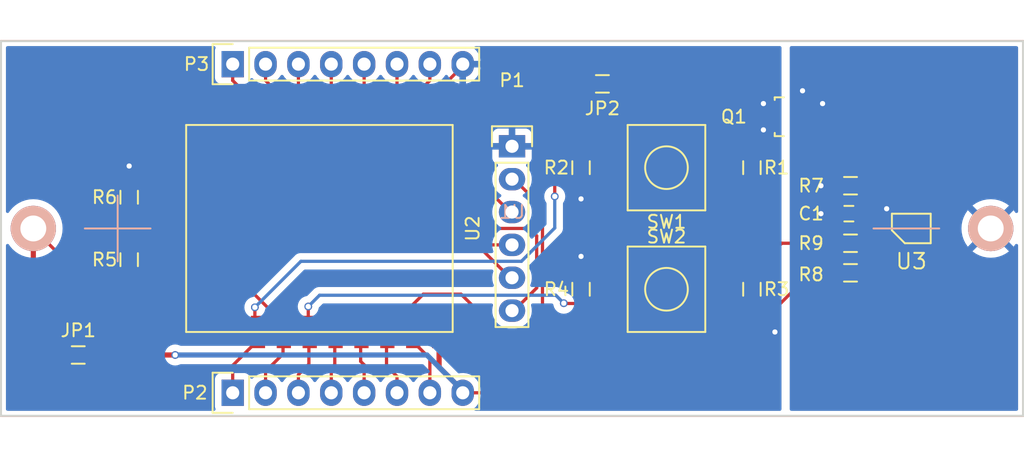
<source format=kicad_pcb>
(kicad_pcb (version 20221018) (generator pcbnew)
  (layers (0 "F.Cu" signal) (31 "B.Cu" signal) (34 "B.Paste" user) (35 "F.Paste" user) (36 "B.SilkS" user "B.Silkscreen") (37 "F.SilkS" user "F.Silkscreen") (38 "B.Mask" user) (39 "F.Mask" user) (44 "Edge.Cuts" user))
  (net 0 "")
  (net 1 "Net-(C1-Pad1)")
  (net 2 "VSS")
  (net 3 "+BATT")
  (net 4 "VCC")
  (net 5 "/FTDI_VCC")
  (net 6 "GND")
  (net 7 "/FTDI_CTS")
  (net 8 "/FTDI_TX")
  (net 9 "/FTDI_RX")
  (net 10 "/FTDI_RTS")
  (net 11 "/RESET")
  (net 12 "/VBAT_MON")
  (net 13 "/CH_PD")
  (net 14 "/WAKE")
  (net 15 "/GPIO14")
  (net 16 "/GPIO12")
  (net 17 "/GPIO5")
  (net 18 "/GPIO4")
  (net 19 "/GPIO0")
  (net 20 "/GPIO1")
  (net 21 "Net-(U3-Pad1)")
  (net 22 "Net-(U3-Pad2)")
  (net 23 "/DOUT")
  (net 24 "Net-(R8-Pad2)")
  (footprint "Capacitors_SMD:C_0603_HandSoldering" (layer "F.Cu") (at 172.085 102.997 180)
    (fp_text reference "C1" (at 2.921 0 180) (layer "F.SilkS"))
    (fp_text value "0.1uF")
    (fp_line (start -0.35 -0.6) (end 0.35 -0.6) (stroke (width 0.15)) (layer "F.SilkS"))
    (fp_line (start 0.35 0.6) (end -0.35 0.6) (stroke (width 0.15)) (layer "F.SilkS"))
    (pad "1" smd rect (at -0.95 0 180) (size 1.2 0.75) (layers "F.Cu" "F.Paste" "F.Mask") (net 1 "Net-(C1-Pad1)"))
    (pad "2" smd rect (at 0.95 0 180) (size 1.2 0.75) (layers "F.Cu" "F.Paste" "F.Mask") (net 2 "VSS"))
  )
  (footprint "Resistors_SMD:R_0603_HandSoldering" (layer "F.Cu") (at 112.522 113.919)
    (fp_text reference "JP1" (at 0 -1.9) (layer "F.SilkS"))
    (fp_text value "JUMPER")
    (fp_line (start -0.5 -0.675) (end 0.5 -0.675) (stroke (width 0.15)) (layer "F.SilkS"))
    (fp_line (start 0.5 0.675) (end -0.5 0.675) (stroke (width 0.15)) (layer "F.SilkS"))
    (pad "1" smd rect (at -1.1 0) (size 1.2 0.9) (layers "F.Cu" "F.Paste" "F.Mask") (net 3 "+BATT"))
    (pad "2" smd rect (at 1.1 0) (size 1.2 0.9) (layers "F.Cu" "F.Paste" "F.Mask") (net 4 "VCC"))
  )
  (footprint "Resistors_SMD:R_0603_HandSoldering" (layer "F.Cu") (at 153.035 92.964 180)
    (fp_text reference "JP2" (at 0 -1.9 180) (layer "F.SilkS"))
    (fp_text value "JUMPER")
    (fp_line (start -0.5 -0.675) (end 0.5 -0.675) (stroke (width 0.15)) (layer "F.SilkS"))
    (fp_line (start 0.5 0.675) (end -0.5 0.675) (stroke (width 0.15)) (layer "F.SilkS"))
    (pad "1" smd rect (at -1.1 0 180) (size 1.2 0.9) (layers "F.Cu" "F.Paste" "F.Mask") (net 4 "VCC"))
    (pad "2" smd rect (at 1.1 0 180) (size 1.2 0.9) (layers "F.Cu" "F.Paste" "F.Mask") (net 5 "/FTDI_VCC"))
  )
  (footprint "Pin_Headers:Pin_Header_Straight_1x06" (layer "F.Cu") (at 146.05 97.79)
    (fp_text reference "P1" (at 0 -5.1) (layer "F.SilkS"))
    (fp_text value "CONN_01X06")
    (fp_line (start -1.55 -1.55) (end 1.55 -1.55) (stroke (width 0.15)) (layer "F.SilkS"))
    (fp_line (start -1.55 0) (end -1.55 -1.55) (stroke (width 0.15)) (layer "F.SilkS"))
    (fp_line (start -1.27 13.97) (end -1.27 1.27) (stroke (width 0.15)) (layer "F.SilkS"))
    (fp_line (start 1.27 1.27) (end -1.27 1.27) (stroke (width 0.15)) (layer "F.SilkS"))
    (fp_line (start 1.27 1.27) (end 1.27 13.97) (stroke (width 0.15)) (layer "F.SilkS"))
    (fp_line (start 1.27 13.97) (end -1.27 13.97) (stroke (width 0.15)) (layer "F.SilkS"))
    (fp_line (start 1.55 -1.55) (end 1.55 0) (stroke (width 0.15)) (layer "F.SilkS"))
    (pad "1" thru_hole rect (at 0 0) (size 2.032 1.7272) (drill 1.016) (layers "*.Cu" "*.Mask") (net 6 "GND"))
    (pad "2" thru_hole oval (at 0 2.54) (size 2.032 1.7272) (drill 1.016) (layers "*.Cu" "*.Mask") (net 7 "/FTDI_CTS"))
    (pad "3" thru_hole oval (at 0 5.08) (size 2.032 1.7272) (drill 1.016) (layers "*.Cu" "*.Mask") (net 5 "/FTDI_VCC"))
    (pad "4" thru_hole oval (at 0 7.62) (size 2.032 1.7272) (drill 1.016) (layers "*.Cu" "*.Mask") (net 8 "/FTDI_TX"))
    (pad "5" thru_hole oval (at 0 10.16) (size 2.032 1.7272) (drill 1.016) (layers "*.Cu" "*.Mask") (net 9 "/FTDI_RX"))
    (pad "6" thru_hole oval (at 0 12.7) (size 2.032 1.7272) (drill 1.016) (layers "*.Cu" "*.Mask") (net 10 "/FTDI_RTS"))
  )
  (footprint "Pin_Headers:Pin_Header_Straight_1x08" (layer "F.Cu") (at 124.46 116.84 90)
    (fp_text reference "P2" (at 0 -2.921 180) (layer "F.SilkS"))
    (fp_text value "CONN_01X08")
    (fp_line (start -1.55 -1.55) (end 1.55 -1.55) (stroke (width 0.15)) (layer "F.SilkS"))
    (fp_line (start -1.55 0) (end -1.55 -1.55) (stroke (width 0.15)) (layer "F.SilkS"))
    (fp_line (start -1.27 19.05) (end -1.27 1.27) (stroke (width 0.15)) (layer "F.SilkS"))
    (fp_line (start 1.27 1.27) (end -1.27 1.27) (stroke (width 0.15)) (layer "F.SilkS"))
    (fp_line (start 1.27 1.27) (end 1.27 19.05) (stroke (width 0.15)) (layer "F.SilkS"))
    (fp_line (start 1.27 19.05) (end -1.27 19.05) (stroke (width 0.15)) (layer "F.SilkS"))
    (fp_line (start 1.55 -1.55) (end 1.55 0) (stroke (width 0.15)) (layer "F.SilkS"))
    (pad "1" thru_hole rect (at 0 0 90) (size 2.032 1.7272) (drill 1.016) (layers "*.Cu" "*.Mask") (net 11 "/RESET"))
    (pad "2" thru_hole oval (at 0 2.54 90) (size 2.032 1.7272) (drill 1.016) (layers "*.Cu" "*.Mask") (net 12 "/VBAT_MON"))
    (pad "3" thru_hole oval (at 0 5.08 90) (size 2.032 1.7272) (drill 1.016) (layers "*.Cu" "*.Mask") (net 13 "/CH_PD"))
    (pad "4" thru_hole oval (at 0 7.62 90) (size 2.032 1.7272) (drill 1.016) (layers "*.Cu" "*.Mask") (net 14 "/WAKE"))
    (pad "5" thru_hole oval (at 0 10.16 90) (size 2.032 1.7272) (drill 1.016) (layers "*.Cu" "*.Mask") (net 15 "/GPIO14"))
    (pad "6" thru_hole oval (at 0 12.7 90) (size 2.032 1.7272) (drill 1.016) (layers "*.Cu" "*.Mask") (net 16 "/GPIO12"))
    (pad "7" thru_hole oval (at 0 15.24 90) (size 2.032 1.7272) (drill 1.016) (layers "*.Cu" "*.Mask") (net 7 "/FTDI_CTS"))
    (pad "8" thru_hole oval (at 0 17.78 90) (size 2.032 1.7272) (drill 1.016) (layers "*.Cu" "*.Mask") (net 4 "VCC"))
  )
  (footprint "Pin_Headers:Pin_Header_Straight_1x08" (layer "F.Cu") (at 124.46 91.44 90)
    (fp_text reference "P3" (at 0 -2.794 180) (layer "F.SilkS"))
    (fp_text value "CONN_01X08")
    (fp_line (start -1.55 -1.55) (end 1.55 -1.55) (stroke (width 0.15)) (layer "F.SilkS"))
    (fp_line (start -1.55 0) (end -1.55 -1.55) (stroke (width 0.15)) (layer "F.SilkS"))
    (fp_line (start -1.27 19.05) (end -1.27 1.27) (stroke (width 0.15)) (layer "F.SilkS"))
    (fp_line (start 1.27 1.27) (end -1.27 1.27) (stroke (width 0.15)) (layer "F.SilkS"))
    (fp_line (start 1.27 1.27) (end 1.27 19.05) (stroke (width 0.15)) (layer "F.SilkS"))
    (fp_line (start 1.27 19.05) (end -1.27 19.05) (stroke (width 0.15)) (layer "F.SilkS"))
    (fp_line (start 1.55 -1.55) (end 1.55 0) (stroke (width 0.15)) (layer "F.SilkS"))
    (pad "1" thru_hole rect (at 0 0 90) (size 2.032 1.7272) (drill 1.016) (layers "*.Cu" "*.Mask") (net 9 "/FTDI_RX"))
    (pad "2" thru_hole oval (at 0 2.54 90) (size 2.032 1.7272) (drill 1.016) (layers "*.Cu" "*.Mask") (net 8 "/FTDI_TX"))
    (pad "3" thru_hole oval (at 0 5.08 90) (size 2.032 1.7272) (drill 1.016) (layers "*.Cu" "*.Mask") (net 17 "/GPIO5"))
    (pad "4" thru_hole oval (at 0 7.62 90) (size 2.032 1.7272) (drill 1.016) (layers "*.Cu" "*.Mask") (net 18 "/GPIO4"))
    (pad "5" thru_hole oval (at 0 10.16 90) (size 2.032 1.7272) (drill 1.016) (layers "*.Cu" "*.Mask") (net 19 "/GPIO0"))
    (pad "6" thru_hole oval (at 0 12.7 90) (size 2.032 1.7272) (drill 1.016) (layers "*.Cu" "*.Mask") (net 20 "/GPIO1"))
    (pad "7" thru_hole oval (at 0 15.24 90) (size 2.032 1.7272) (drill 1.016) (layers "*.Cu" "*.Mask") (net 10 "/FTDI_RTS"))
    (pad "8" thru_hole oval (at 0 17.78 90) (size 2.032 1.7272) (drill 1.016) (layers "*.Cu" "*.Mask") (net 6 "GND"))
  )
  (footprint "TO_SOT_Packages_SMD:SOT-23_Handsoldering" (layer "F.Cu") (at 167.005 95.504 90)
    (fp_text reference "Q1" (at 0 -3.81 180) (layer "F.SilkS"))
    (fp_text value "MMBF170")
    (fp_line (start -1.49982 -0.65024) (end -1.2509 -0.65024) (stroke (width 0.15)) (layer "F.SilkS"))
    (fp_line (start -1.49982 0.0508) (end -1.49982 -0.65024) (stroke (width 0.15)) (layer "F.SilkS"))
    (fp_line (start 1.29916 -0.65024) (end 1.49982 -0.65024) (stroke (width 0.15)) (layer "F.SilkS"))
    (fp_line (start 1.49982 -0.65024) (end 1.49982 0.0508) (stroke (width 0.15)) (layer "F.SilkS"))
    (pad "1" smd rect (at -0.95 1.50114 90) (size 0.8001 1.80086) (layers "F.Cu" "F.Paste" "F.Mask") (net 23 "/DOUT"))
    (pad "2" smd rect (at 0.95 1.50114 90) (size 0.8001 1.80086) (layers "F.Cu" "F.Paste" "F.Mask") (net 2 "VSS"))
    (pad "3" smd rect (at 0 -1.50114 90) (size 0.8001 1.80086) (layers "F.Cu" "F.Paste" "F.Mask") (net 6 "GND"))
  )
  (footprint "Resistors_SMD:R_0603_HandSoldering" (layer "F.Cu") (at 164.592 99.441 90)
    (fp_text reference "R1" (at 0 1.905 180) (layer "F.SilkS"))
    (fp_text value "10k")
    (fp_line (start -0.5 -0.675) (end 0.5 -0.675) (stroke (width 0.15)) (layer "F.SilkS"))
    (fp_line (start 0.5 0.675) (end -0.5 0.675) (stroke (width 0.15)) (layer "F.SilkS"))
    (pad "1" smd rect (at -1.1 0 90) (size 1.2 0.9) (layers "F.Cu" "F.Paste" "F.Mask") (net 4 "VCC"))
    (pad "2" smd rect (at 1.1 0 90) (size 1.2 0.9) (layers "F.Cu" "F.Paste" "F.Mask") (net 11 "/RESET"))
  )
  (footprint "Resistors_SMD:R_0603_HandSoldering" (layer "F.Cu") (at 151.384 99.441 -90)
    (fp_text reference "R2" (at 0 1.905) (layer "F.SilkS"))
    (fp_text value "10k")
    (fp_line (start -0.5 -0.675) (end 0.5 -0.675) (stroke (width 0.15)) (layer "F.SilkS"))
    (fp_line (start 0.5 0.675) (end -0.5 0.675) (stroke (width 0.15)) (layer "F.SilkS"))
    (pad "1" smd rect (at -1.1 0 270) (size 1.2 0.9) (layers "F.Cu" "F.Paste" "F.Mask") (net 11 "/RESET"))
    (pad "2" smd rect (at 1.1 0 270) (size 1.2 0.9) (layers "F.Cu" "F.Paste" "F.Mask") (net 6 "GND"))
  )
  (footprint "Resistors_SMD:R_0603_HandSoldering" (layer "F.Cu") (at 164.592 108.839 -90)
    (fp_text reference "R3" (at 0 -1.905) (layer "F.SilkS"))
    (fp_text value "10k")
    (fp_line (start -0.5 -0.675) (end 0.5 -0.675) (stroke (width 0.15)) (layer "F.SilkS"))
    (fp_line (start 0.5 0.675) (end -0.5 0.675) (stroke (width 0.15)) (layer "F.SilkS"))
    (pad "1" smd rect (at -1.1 0 270) (size 1.2 0.9) (layers "F.Cu" "F.Paste" "F.Mask") (net 4 "VCC"))
    (pad "2" smd rect (at 1.1 0 270) (size 1.2 0.9) (layers "F.Cu" "F.Paste" "F.Mask") (net 13 "/CH_PD"))
  )
  (footprint "Resistors_SMD:R_0603_HandSoldering" (layer "F.Cu") (at 151.384 108.839 90)
    (fp_text reference "R4" (at 0 -1.9 180) (layer "F.SilkS"))
    (fp_text value "10k")
    (fp_line (start -0.5 -0.675) (end 0.5 -0.675) (stroke (width 0.15)) (layer "F.SilkS"))
    (fp_line (start 0.5 0.675) (end -0.5 0.675) (stroke (width 0.15)) (layer "F.SilkS"))
    (pad "1" smd rect (at -1.1 0 90) (size 1.2 0.9) (layers "F.Cu" "F.Paste" "F.Mask") (net 13 "/CH_PD"))
    (pad "2" smd rect (at 1.1 0 90) (size 1.2 0.9) (layers "F.Cu" "F.Paste" "F.Mask") (net 6 "GND"))
  )
  (footprint "Resistors_SMD:R_0603_HandSoldering" (layer "F.Cu") (at 116.459 106.553 90)
    (fp_text reference "R5" (at 0 -1.9 180) (layer "F.SilkS"))
    (fp_text value "260k")
    (fp_line (start -0.5 -0.675) (end 0.5 -0.675) (stroke (width 0.15)) (layer "F.SilkS"))
    (fp_line (start 0.5 0.675) (end -0.5 0.675) (stroke (width 0.15)) (layer "F.SilkS"))
    (pad "1" smd rect (at -1.1 0 90) (size 1.2 0.9) (layers "F.Cu" "F.Paste" "F.Mask") (net 3 "+BATT"))
    (pad "2" smd rect (at 1.1 0 90) (size 1.2 0.9) (layers "F.Cu" "F.Paste" "F.Mask") (net 12 "/VBAT_MON"))
  )
  (footprint "Resistors_SMD:R_0603_HandSoldering" (layer "F.Cu") (at 116.459 101.727 90)
    (fp_text reference "R6" (at 0 -1.9 180) (layer "F.SilkS"))
    (fp_text value "100k")
    (fp_line (start -0.5 -0.675) (end 0.5 -0.675) (stroke (width 0.15)) (layer "F.SilkS"))
    (fp_line (start 0.5 0.675) (end -0.5 0.675) (stroke (width 0.15)) (layer "F.SilkS"))
    (pad "1" smd rect (at -1.1 0 90) (size 1.2 0.9) (layers "F.Cu" "F.Paste" "F.Mask") (net 12 "/VBAT_MON"))
    (pad "2" smd rect (at 1.1 0 90) (size 1.2 0.9) (layers "F.Cu" "F.Paste" "F.Mask") (net 6 "GND"))
  )
  (footprint "Resistors_SMD:R_0603_HandSoldering" (layer "F.Cu") (at 172.212 100.838 180)
    (fp_text reference "R7" (at 3.048 0 180) (layer "F.SilkS"))
    (fp_text value "5.1M")
    (fp_line (start -0.5 -0.675) (end 0.5 -0.675) (stroke (width 0.15)) (layer "F.SilkS"))
    (fp_line (start 0.5 0.675) (end -0.5 0.675) (stroke (width 0.15)) (layer "F.SilkS"))
    (pad "1" smd rect (at -1.1 0 180) (size 1.2 0.9) (layers "F.Cu" "F.Paste" "F.Mask") (net 23 "/DOUT"))
    (pad "2" smd rect (at 1.1 0 180) (size 1.2 0.9) (layers "F.Cu" "F.Paste" "F.Mask") (net 2 "VSS"))
  )
  (footprint "NQBit.pretty:WFDFN-6" (layer "F.Cu") (at 176.911 104.14 90)
    (fp_text reference "U3" (at -2.54 0 180) (layer "F.SilkS") (effects (font (size 1.2 1.2))))
    (fp_text value "BQ29705")
    (fp_line (start -1.14 -0.5) (end -1.14 1.5) (stroke (width 0.15)) (layer "F.SilkS"))
    (fp_line (start -1.14 1.5) (end 1.14 1.5) (stroke (width 0.15)) (layer "F.SilkS"))
    (fp_line (start -0.14 -1.5) (end -1.14 -0.5) (stroke (width 0.15)) (layer "F.SilkS"))
    (fp_line (start 1.14 -1.5) (end -0.14 -1.5) (stroke (width 0.15)) (layer "F.SilkS"))
    (fp_line (start 1.14 1.5) (end 1.14 -1.5) (stroke (width 0.15)) (layer "F.SilkS"))
    (pad "1" smd rect (at -0.5 0.575 90) (size 0.28 0.85) (layers "F.Cu" "F.Paste" "F.Mask") (net 21 "Net-(U3-Pad1)"))
    (pad "2" smd rect (at 0 0.575 90) (size 0.28 0.85) (layers "F.Cu" "F.Paste" "F.Mask") (net 22 "Net-(U3-Pad2)"))
    (pad "3" smd rect (at 0.5 0.575 90) (size 0.28 0.85) (layers "F.Cu" "F.Paste" "F.Mask") (net 23 "/DOUT"))
    (pad "4" smd rect (at 0.5 -0.575 90) (size 0.28 0.85) (layers "F.Cu" "F.Paste" "F.Mask") (net 2 "VSS"))
    (pad "5" smd rect (at 0 -0.575 90) (size 0.28 0.85) (layers "F.Cu" "F.Paste" "F.Mask") (net 1 "Net-(C1-Pad1)"))
    (pad "6" smd rect (at -0.5 -0.575 90) (size 0.28 0.85) (layers "F.Cu" "F.Paste" "F.Mask") (net 24 "Net-(R8-Pad2)"))
  )
  (footprint "Resistors_SMD:R_0603_HandSoldering" (layer "F.Cu") (at 172.212 107.569)
    (fp_text reference "R8" (at -3.048 0.127) (layer "F.SilkS"))
    (fp_text value "2.2k")
    (fp_line (start -0.5 -0.675) (end 0.5 -0.675) (stroke (width 0.15)) (layer "F.SilkS"))
    (fp_line (start 0.5 0.675) (end -0.5 0.675) (stroke (width 0.15)) (layer "F.SilkS"))
    (pad "1" smd rect (at -1.1 0) (size 1.2 0.9) (layers "F.Cu" "F.Paste" "F.Mask") (net 6 "GND"))
    (pad "2" smd rect (at 1.1 0) (size 1.2 0.9) (layers "F.Cu" "F.Paste" "F.Mask") (net 24 "Net-(R8-Pad2)"))
  )
  (footprint "Resistors_SMD:R_0603_HandSoldering" (layer "F.Cu") (at 172.212 105.283)
    (fp_text reference "R9" (at -3.048 0) (layer "F.SilkS"))
    (fp_text value "330")
    (fp_line (start -0.5 -0.675) (end 0.5 -0.675) (stroke (width 0.15)) (layer "F.SilkS"))
    (fp_line (start 0.5 0.675) (end -0.5 0.675) (stroke (width 0.15)) (layer "F.SilkS"))
    (pad "1" smd rect (at -1.1 0) (size 1.2 0.9) (layers "F.Cu" "F.Paste" "F.Mask") (net 4 "VCC"))
    (pad "2" smd rect (at 1.1 0) (size 1.2 0.9) (layers "F.Cu" "F.Paste" "F.Mask") (net 1 "Net-(C1-Pad1)"))
  )
  (footprint "NQBit.pretty:B3S-1000P" (layer "F.Cu") (at 157.988 99.441)
    (fp_text reference "SW1" (at 0 4.191) (layer "F.SilkS"))
    (fp_text value "SW_PUSH")
    (fp_line (start -3 -3.3) (end 3 -3.3) (stroke (width 0.15)) (layer "F.SilkS"))
    (fp_line (start -3 3.3) (end -3 -3.3) (stroke (width 0.15)) (layer "F.SilkS"))
    (fp_line (start 3 -3.3) (end 3 3.3) (stroke (width 0.15)) (layer "F.SilkS"))
    (fp_line (start 3 3.3) (end -3 3.3) (stroke (width 0.15)) (layer "F.SilkS"))
    (fp_circle (center 0 0) (end 0 -1.65) (stroke (width 0.15)) (fill none) (layer "F.SilkS"))
    (pad "1" connect rect (at -3.975 2.25) (size 1.55 1.3) (layers "F.Cu" "F.Mask") (net 6 "GND"))
    (pad "1" connect rect (at 3.975 2.25) (size 1.55 1.3) (layers "F.Cu" "F.Mask") (net 6 "GND"))
    (pad "2" connect rect (at -3.975 -2.25) (size 1.55 1.3) (layers "F.Cu" "F.Mask") (net 11 "/RESET"))
    (pad "2" connect rect (at 3.975 -2.25) (size 1.55 1.3) (layers "F.Cu" "F.Mask") (net 11 "/RESET"))
  )
  (footprint "NQBit.pretty:B3S-1000P" (layer "F.Cu") (at 157.988 108.839 180)
    (fp_text reference "SW2" (at 0 4.064 180) (layer "F.SilkS"))
    (fp_text value "SW_PUSH")
    (fp_line (start -3 -3.3) (end 3 -3.3) (stroke (width 0.15)) (layer "F.SilkS"))
    (fp_line (start -3 3.3) (end -3 -3.3) (stroke (width 0.15)) (layer "F.SilkS"))
    (fp_line (start 3 -3.3) (end 3 3.3) (stroke (width 0.15)) (layer "F.SilkS"))
    (fp_line (start 3 3.3) (end -3 3.3) (stroke (width 0.15)) (layer "F.SilkS"))
    (fp_circle (center 0 0) (end 0 -1.65) (stroke (width 0.15)) (fill none) (layer "F.SilkS"))
    (pad "1" connect rect (at -3.975 2.25 180) (size 1.55 1.3) (layers "F.Cu" "F.Mask") (net 6 "GND"))
    (pad "1" connect rect (at 3.975 2.25 180) (size 1.55 1.3) (layers "F.Cu" "F.Mask") (net 6 "GND"))
    (pad "2" connect rect (at -3.975 -2.25 180) (size 1.55 1.3) (layers "F.Cu" "F.Mask") (net 13 "/CH_PD"))
    (pad "2" connect rect (at 3.975 -2.25 180) (size 1.55 1.3) (layers "F.Cu" "F.Mask") (net 13 "/CH_PD"))
  )
  (footprint "NQBit.pretty:ESP8266_07" (layer "F.Cu") (at 133.4135 104.14 90)
    (fp_text reference "U2" (at 0 9.6 90) (layer "F.SilkS"))
    (fp_text value "ESP8266_07")
    (fp_line (start -8 -12.55) (end -8 8.05) (stroke (width 0.15)) (layer "F.SilkS"))
    (fp_line (start -8 8.05) (end 8 8.05) (stroke (width 0.15)) (layer "F.SilkS"))
    (fp_line (start 8 -12.55) (end -8 -12.55) (stroke (width 0.15)) (layer "F.SilkS"))
    (fp_line (start 8 8.05) (end 8 -12.55) (stroke (width 0.15)) (layer "F.SilkS"))
    (pad "1" smd rect (at -8 -7 90) (size 2.5 1.1) (layers "F.Cu" "F.Paste" "F.Mask") (net 11 "/RESET"))
    (pad "2" smd rect (at -8 -5 90) (size 2.5 1.1) (layers "F.Cu" "F.Paste" "F.Mask") (net 12 "/VBAT_MON"))
    (pad "3" smd rect (at -8 -3 90) (size 2.5 1.1) (layers "F.Cu" "F.Paste" "F.Mask") (net 13 "/CH_PD"))
    (pad "4" smd rect (at -8 -1 90) (size 2.5 1.1) (layers "F.Cu" "F.Paste" "F.Mask") (net 14 "/WAKE"))
    (pad "5" smd rect (at -8 1 90) (size 2.5 1.1) (layers "F.Cu" "F.Paste" "F.Mask") (net 15 "/GPIO14"))
    (pad "6" smd rect (at -8 3 90) (size 2.5 1.1) (layers "F.Cu" "F.Paste" "F.Mask") (net 16 "/GPIO12"))
    (pad "7" smd rect (at -8 5 90) (size 2.5 1.1) (layers "F.Cu" "F.Paste" "F.Mask") (net 7 "/FTDI_CTS"))
    (pad "8" smd rect (at -8 7 90) (size 2.5 1.1) (layers "F.Cu" "F.Paste" "F.Mask") (net 4 "VCC"))
    (pad "9" smd rect (at 8 7 90) (size 2.5 1.1) (layers "F.Cu" "F.Paste" "F.Mask") (net 6 "GND"))
    (pad "10" smd rect (at 8 5 90) (size 2.5 1.1) (layers "F.Cu" "F.Paste" "F.Mask") (net 10 "/FTDI_RTS"))
    (pad "11" smd rect (at 8 3 90) (size 2.5 1.1) (layers "F.Cu" "F.Paste" "F.Mask") (net 20 "/GPIO1"))
    (pad "12" smd rect (at 8 1 90) (size 2.5 1.1) (layers "F.Cu" "F.Paste" "F.Mask") (net 19 "/GPIO0"))
    (pad "13" smd rect (at 8 -1 90) (size 2.5 1.1) (layers "F.Cu" "F.Paste" "F.Mask") (net 18 "/GPIO4"))
    (pad "14" smd rect (at 8 -3 90) (size 2.5 1.1) (layers "F.Cu" "F.Paste" "F.Mask") (net 17 "/GPIO5"))
    (pad "15" smd rect (at 8 -5 90) (size 2.5 1.1) (layers "F.Cu" "F.Paste" "F.Mask") (net 8 "/FTDI_TX"))
    (pad "16" smd rect (at 8 -7 90) (size 2.5 1.1) (layers "F.Cu" "F.Paste" "F.Mask") (net 9 "/FTDI_RX"))
  )
  (footprint "NQBit.pretty:BATT_26650x1" (layer "B.Cu") (at 146.05 104.14)
    (fp_text reference "U1" (at 0 -1.27) (layer "B.SilkS") (effects (justify mirror)))
    (fp_text value "BATT_26650x1")
    (fp_line (start -39.5 -14.5) (end -39.5 14.5) (stroke (width 0.15)) (layer "B.SilkS"))
    (fp_line (start -39.5 14.5) (end 39.5 14.5) (stroke (width 0.15)) (layer "B.SilkS"))
    (fp_line (start -33.02 0) (end -27.94 0) (stroke (width 0.15)) (layer "B.SilkS"))
    (fp_line (start -30.48 2.54) (end -30.48 -2.54) (stroke (width 0.15)) (layer "B.SilkS"))
    (fp_line (start 27.94 0) (end 33.02 0) (stroke (width 0.15)) (layer "B.SilkS"))
    (fp_line (start 39.5 -14.5) (end -39.5 -14.5) (stroke (width 0.15)) (layer "B.SilkS"))
    (fp_line (start 39.5 14.5) (end 39.5 -14.5) (stroke (width 0.15)) (layer "B.SilkS"))
    (pad "1" thru_hole circle locked (at -37 0) (size 3.5 3.5) (drill 2) (layers "*.Cu" "*.Mask" "B.SilkS") (net 3 "+BATT"))
    (pad "2" thru_hole circle locked (at 37 0) (size 3.5 3.5) (drill 2) (layers "*.Cu" "*.Mask" "B.SilkS") (net 2 "VSS"))
  )
  (gr_line (start 185.547 118.618) (end 185.547 89.662) (stroke (width 0.15)) (layer "Edge.Cuts"))
  (gr_line (start 106.553 89.662) (end 106.553 118.618) (stroke (width 0.15)) (layer "Edge.Cuts"))
  (gr_line (start 106.553 118.618) (end 185.547 118.618) (stroke (width 0.15)) (layer "Edge.Cuts"))
  (gr_line (start 185.547 89.662) (end 106.553 89.662) (stroke (width 0.15)) (layer "Edge.Cuts"))
  (segment (start 176.336 104.14) (end 174.605 104.14) (width 0.25) (layer "F.Cu") (net 1))
  (segment (start 173.462 105.283) (end 173.312 105.283) (width 0.25) (layer "F.Cu") (net 1))
  (segment (start 174.403 104.14) (end 173.26 102.997) (width 0.25) (layer "F.Cu") (net 1))
  (segment (start 174.605 104.14) (end 174.403 104.14) (width 0.25) (layer "F.Cu") (net 1))
  (segment (start 173.26 102.997) (end 173.035 102.997) (width 0.25) (layer "F.Cu") (net 1))
  (segment (start 174.605 104.14) (end 173.462 105.283) (width 0.25) (layer "F.Cu") (net 1))
  (segment (start 175.006 103.515) (end 175.006 102.616) (width 0.25) (layer "F.Cu") (net 2))
  (segment (start 175.131 103.64) (end 175.006 103.515) (width 0.25) (layer "F.Cu") (net 2))
  (segment (start 168.50614 94.554) (end 169.987 94.554) (width 0.25) (layer "F.Cu") (net 2))
  (segment (start 169.987 94.554) (end 170.053 94.488) (width 0.25) (layer "F.Cu") (net 2))
  (segment (start 171.112 100.838) (end 169.926 100.838) (width 0.25) (layer "F.Cu") (net 2))
  (segment (start 168.50614 93.49994) (end 168.5036 93.4974) (width 0.25) (layer "F.Cu") (net 2))
  (segment (start 168.50614 94.554) (end 168.50614 93.49994) (width 0.25) (layer "F.Cu") (net 2))
  (segment (start 176.336 103.64) (end 175.131 103.64) (width 0.25) (layer "F.Cu") (net 2))
  (segment (start 171.135 102.997) (end 169.926 102.997) (width 0.25) (layer "F.Cu") (net 2))
  (via (at 175.006 102.616) (size 0.6) (drill 0.4) (layers "F.Cu" "B.Cu") (net 2))
  (via (at 169.926 102.997) (size 0.6) (drill 0.4) (layers "F.Cu" "B.Cu") (net 2))
  (via (at 168.5036 93.4974) (size 0.6) (drill 0.4) (layers "F.Cu" "B.Cu") (net 2))
  (via (at 169.926 100.838) (size 0.6) (drill 0.4) (layers "F.Cu" "B.Cu") (net 2))
  (via (at 170.053 94.488) (size 0.6) (drill 0.4) (layers "F.Cu" "B.Cu") (net 2))
  (segment (start 109.05 111.697) (end 111.272 113.919) (width 0.4) (layer "F.Cu") (net 3))
  (segment (start 112.563 107.653) (end 109.05 104.14) (width 0.25) (layer "F.Cu") (net 3))
  (segment (start 109.05 104.14) (end 109.05 111.697) (width 0.4) (layer "F.Cu") (net 3))
  (segment (start 116.459 107.653) (end 112.563 107.653) (width 0.25) (layer "F.Cu") (net 3))
  (segment (start 111.272 113.919) (end 111.422 113.919) (width 0.4) (layer "F.Cu") (net 3))
  (segment (start 171.112 105.283) (end 166.898 105.283) (width 0.25) (layer "F.Cu") (net 4))
  (segment (start 164.592 100.391) (end 164.592 100.541) (width 0.25) (layer "F.Cu") (net 4))
  (segment (start 142.24 116.6876) (end 140.4135 114.8611) (width 0.4) (layer "F.Cu") (net 4))
  (segment (start 164.592 100.541) (end 164.592 107.739) (width 0.25) (layer "F.Cu") (net 4))
  (segment (start 165.91999 110.94001) (end 160.02 116.84) (width 0.25) (layer "F.Cu") (net 4))
  (segment (start 166.0525 98.016502) (end 166.0525 98.9305) (width 0.25) (layer "F.Cu") (net 4))
  (segment (start 113.622 113.919) (end 120.015 113.919) (width 0.4) (layer "F.Cu") (net 4))
  (segment (start 171.112 105.283) (end 170.962 105.283) (width 0.25) (layer "F.Cu") (net 4))
  (segment (start 160.02 116.84) (end 142.24 116.84) (width 0.25) (layer "F.Cu") (net 4))
  (segment (start 164.592 107.589) (end 164.592 107.739) (width 0.25) (layer "F.Cu") (net 4))
  (segment (start 166.898 105.283) (end 164.592 107.589) (width 0.25) (layer "F.Cu") (net 4))
  (segment (start 140.4135 114.8611) (end 140.4135 112.14) (width 0.4) (layer "F.Cu") (net 4))
  (segment (start 165.919991 109.216991) (end 165.91999 110.94001) (width 0.25) (layer "F.Cu") (net 4))
  (segment (start 142.24 116.84) (end 142.24 116.6876) (width 0.4) (layer "F.Cu") (net 4))
  (segment (start 164.592 107.739) (end 164.592 107.889) (width 0.25) (layer "F.Cu") (net 4))
  (segment (start 154.135 92.964) (end 160.999998 92.964) (width 0.25) (layer "F.Cu") (net 4))
  (segment (start 160.999998 92.964) (end 166.0525 98.016502) (width 0.25) (layer "F.Cu") (net 4))
  (segment (start 166.0525 98.9305) (end 164.592 100.391) (width 0.25) (layer "F.Cu") (net 4))
  (segment (start 164.592 107.889) (end 165.919991 109.216991) (width 0.25) (layer "F.Cu") (net 4))
  (via (at 120.015 113.919) (size 0.6) (drill 0.4) (layers "F.Cu" "B.Cu") (net 4))
  (segment (start 142.24 116.6876) (end 142.24 116.84) (width 0.4) (layer "B.Cu") (net 4))
  (segment (start 120.015 113.919) (end 139.4714 113.919) (width 0.4) (layer "B.Cu") (net 4))
  (segment (start 139.4714 113.919) (end 142.24 116.6876) (width 0.4) (layer "B.Cu") (net 4))
  (segment (start 151.935 92.964) (end 145.796 92.964) (width 0.25) (layer "F.Cu") (net 5))
  (segment (start 145.8976 102.87) (end 146.05 102.87) (width 0.25) (layer "F.Cu") (net 5))
  (segment (start 143.51 100.4824) (end 145.8976 102.87) (width 0.25) (layer "F.Cu") (net 5))
  (segment (start 145.796 92.964) (end 143.51 95.25) (width 0.25) (layer "F.Cu") (net 5))
  (segment (start 143.51 95.25) (end 143.51 100.4824) (width 0.25) (layer "F.Cu") (net 5))
  (segment (start 142.24 91.44) (end 142.24 91.5924) (width 0.25) (layer "F.Cu") (net 6))
  (segment (start 171.112 107.569) (end 169.164 107.569) (width 0.25) (layer "F.Cu") (net 6))
  (segment (start 154.013 100.791) (end 153.763 100.541) (width 0.25) (layer "F.Cu") (net 6))
  (segment (start 142.24 91.5924) (end 140.35 93.4824) (width 0.25) (layer "F.Cu") (net 6))
  (segment (start 116.459 100.627) (end 116.459 99.314) (width 0.25) (layer "F.Cu") (net 6))
  (segment (start 154.013 107.489) (end 154.013 106.589) (width 0.25) (layer "F.Cu") (net 6))
  (segment (start 154.013 101.691) (end 161.963 101.691) (width 0.25) (layer "F.Cu") (net 6))
  (segment (start 153.763 100.541) (end 151.384 100.541) (width 0.25) (layer "F.Cu") (net 6))
  (segment (start 151.384 100.541) (end 151.384 101.854) (width 0.25) (layer "F.Cu") (net 6))
  (segment (start 166.37 110.363) (end 166.37 112.141) (width 0.25) (layer "F.Cu") (net 6))
  (segment (start 151.384 107.739) (end 153.763 107.739) (width 0.25) (layer "F.Cu") (net 6))
  (segment (start 165.50386 94.51086) (end 165.481 94.488) (width 0.25) (layer "F.Cu") (net 6))
  (segment (start 146.601 98.341) (end 146.05 97.79) (width 0.25) (layer "F.Cu") (net 6))
  (segment (start 153.763 107.739) (end 154.013 107.489) (width 0.25) (layer "F.Cu") (net 6))
  (segment (start 151.384 107.739) (end 151.384 106.299) (width 0.25) (layer "F.Cu") (net 6))
  (segment (start 165.50386 96.49714) (end 165.481 96.52) (width 0.25) (layer "F.Cu") (net 6))
  (segment (start 169.164 107.569) (end 166.37 110.363) (width 0.25) (layer "F.Cu") (net 6))
  (segment (start 165.50386 95.504) (end 165.50386 94.51086) (width 0.25) (layer "F.Cu") (net 6))
  (segment (start 140.35 93.4824) (end 140.35 96.14) (width 0.25) (layer "F.Cu") (net 6))
  (segment (start 154.013 101.691) (end 154.013 100.791) (width 0.25) (layer "F.Cu") (net 6))
  (segment (start 154.013 106.589) (end 161.963 106.589) (width 0.25) (layer "F.Cu") (net 6))
  (segment (start 165.50386 95.504) (end 165.50386 96.49714) (width 0.25) (layer "F.Cu") (net 6))
  (via (at 165.481 94.488) (size 0.6) (drill 0.4) (layers "F.Cu" "B.Cu") (net 6))
  (via (at 116.459 99.314) (size 0.6) (drill 0.4) (layers "F.Cu" "B.Cu") (net 6))
  (via (at 166.37 112.141) (size 0.6) (drill 0.4) (layers "F.Cu" "B.Cu") (net 6))
  (via (at 151.384 101.854) (size 0.6) (drill 0.4) (layers "F.Cu" "B.Cu") (net 6))
  (via (at 151.384 106.299) (size 0.6) (drill 0.4) (layers "F.Cu" "B.Cu") (net 6))
  (via (at 165.481 96.52) (size 0.6) (drill 0.4) (layers "F.Cu" "B.Cu") (net 6))
  (segment (start 148.40501 102.53261) (end 146.2024 100.33) (width 0.25) (layer "F.Cu") (net 7))
  (segment (start 138.3665 110.0455) (end 139.192 109.22) (width 0.25) (layer "F.Cu") (net 7))
  (segment (start 148.40501 112.13549) (end 148.40501 102.53261) (width 0.25) (layer "F.Cu") (net 7))
  (segment (start 147.32 113.2205) (end 148.40501 112.13549) (width 0.25) (layer "F.Cu") (net 7))
  (segment (start 143.51 112.141) (end 144.5895 113.2205) (width 0.25) (layer "F.Cu") (net 7))
  (segment (start 139.192 109.22) (end 142.113 109.22) (width 0.25) (layer "F.Cu") (net 7))
  (segment (start 139.7 114.19) (end 139.7 116.84) (width 0.25) (layer "F.Cu") (net 7))
  (segment (start 142.113 109.22) (end 143.51 110.617) (width 0.25) (layer "F.Cu") (net 7))
  (segment (start 138.35 112.14) (end 138.35 112.84) (width 0.25) (layer "F.Cu") (net 7))
  (segment (start 143.51 110.617) (end 143.51 112.141) (width 0.25) (layer "F.Cu") (net 7))
  (segment (start 138.35 111.44) (end 138.3665 111.4235) (width 0.25) (layer "F.Cu") (net 7))
  (segment (start 146.2024 100.33) (end 146.05 100.33) (width 0.25) (layer "F.Cu") (net 7))
  (segment (start 138.3665 111.4235) (end 138.3665 110.0455) (width 0.25) (layer "F.Cu") (net 7))
  (segment (start 144.5895 113.2205) (end 147.32 113.2205) (width 0.25) (layer "F.Cu") (net 7))
  (segment (start 138.35 112.84) (end 139.7 114.19) (width 0.25) (layer "F.Cu") (net 7))
  (segment (start 138.35 111.44) (end 138.35 112.14) (width 0.25) (layer "F.Cu") (net 7))
  (segment (start 134.493 105.41) (end 146.05 105.41) (width 0.25) (layer "F.Cu") (net 8))
  (segment (start 127 92.706) (end 128.35 94.056) (width 0.25) (layer "F.Cu") (net 8))
  (segment (start 128.35 96.14) (end 128.35 96.84) (width 0.25) (layer "F.Cu") (net 8))
  (segment (start 128.35 94.056) (end 128.35 96.14) (width 0.25) (layer "F.Cu") (net 8))
  (segment (start 128.35 99.267) (end 134.493 105.41) (width 0.25) (layer "F.Cu") (net 8))
  (segment (start 128.35 96.14) (end 128.35 99.267) (width 0.25) (layer "F.Cu") (net 8))
  (segment (start 127 91.44) (end 127 92.706) (width 0.25) (layer "F.Cu") (net 8))
  (segment (start 126.35 94.626) (end 126.35 96.14) (width 0.25) (layer "F.Cu") (net 9))
  (segment (start 124.46 92.706) (end 126.365 94.611) (width 0.25) (layer "F.Cu") (net 9))
  (segment (start 126.35 97.90341) (end 134.3066 105.86001) (width 0.25) (layer "F.Cu") (net 9))
  (segment (start 145.8976 107.95) (end 146.05 107.95) (width 0.25) (layer "F.Cu") (net 9))
  (segment (start 126.365 94.611) (end 126.35 94.626) (width 0.25) (layer "F.Cu") (net 9))
  (segment (start 134.3066 105.86001) (end 143.80761 105.86001) (width 0.25) (layer "F.Cu") (net 9))
  (segment (start 126.35 96.84) (end 126.35 96.14) (width 0.25) (layer "F.Cu") (net 9))
  (segment (start 124.46 91.44) (end 124.46 92.706) (width 0.25) (layer "F.Cu") (net 9))
  (segment (start 126.35 96.14) (end 126.35 97.90341) (width 0.25) (layer "F.Cu") (net 9))
  (segment (start 143.80761 105.86001) (end 145.8976 107.95) (width 0.25) (layer "F.Cu") (net 9))
  (segment (start 138.35 98.2815) (end 138.35 96.14) (width 0.25) (layer "F.Cu") (net 10))
  (segment (start 147.955 108.7374) (end 147.955 104.7115) (width 0.25) (layer "F.Cu") (net 10))
  (segment (start 138.35 94.056) (end 138.35 96.14) (width 0.25) (layer "F.Cu") (net 10))
  (segment (start 139.7 91.44) (end 139.7 92.706) (width 0.25) (layer "F.Cu") (net 10))
  (segment (start 139.7 92.706) (end 138.35 94.056) (width 0.25) (layer "F.Cu") (net 10))
  (segment (start 146.05 110.49) (end 146.2024 110.49) (width 0.25) (layer "F.Cu") (net 10))
  (segment (start 144.2085 104.14) (end 138.35 98.2815) (width 0.25) (layer "F.Cu") (net 10))
  (segment (start 146.05 110.49) (end 145.343348 110.49) (width 0.25) (layer "F.Cu") (net 10))
  (segment (start 146.2024 110.49) (end 147.955 108.7374) (width 0.25) (layer "F.Cu") (net 10))
  (segment (start 147.3835 104.14) (end 144.2085 104.14) (width 0.25) (layer "F.Cu") (net 10))
  (segment (start 147.955 104.7115) (end 147.3835 104.14) (width 0.25) (layer "F.Cu") (net 10))
  (segment (start 126.1745 111.9645) (end 126.35 112.14) (width 0.25) (layer "F.Cu") (net 11))
  (segment (start 126.186558 111.976558) (end 126.35 112.14) (width 0.25) (layer "F.Cu") (net 11))
  (segment (start 161.963 98.091) (end 161.963 97.191) (width 0.25) (layer "F.Cu") (net 11))
  (segment (start 164.592 98.491) (end 164.592 98.341) (width 0.25) (layer "F.Cu") (net 11))
  (segment (start 153.763 98.341) (end 154.013 98.091) (width 0.25) (layer "F.Cu") (net 11))
  (segment (start 164.592 98.341) (end 162.213 98.341) (width 0.25) (layer "F.Cu") (net 11))
  (segment (start 124.46 114.73) (end 124.46 116.84) (width 0.25) (layer "F.Cu") (net 11))
  (segment (start 126.35 112.14) (end 126.35 112.84) (width 0.25) (layer "F.Cu") (net 11))
  (segment (start 126.35 112.84) (end 124.46 114.73) (width 0.25) (layer "F.Cu") (net 11))
  (segment (start 151.384 98.341) (end 153.763 98.341) (width 0.25) (layer "F.Cu") (net 11))
  (segment (start 126.1745 110.236) (end 126.1745 111.9645) (width 0.25) (layer "F.Cu") (net 11))
  (segment (start 151.384 98.341) (end 151.384 98.491) (width 0.25) (layer "F.Cu") (net 11))
  (segment (start 154.013 98.091) (end 154.013 97.191) (width 0.25) (layer "F.Cu") (net 11))
  (segment (start 161.963 97.191) (end 154.013 97.191) (width 0.25) (layer "F.Cu") (net 11))
  (segment (start 162.213 98.341) (end 161.963 98.091) (width 0.25) (layer "F.Cu") (net 11))
  (segment (start 126.222 112.268) (end 126.35 112.14) (width 0.25) (layer "F.Cu") (net 11))
  (segment (start 149.352 100.523) (end 149.352 101.6635) (width 0.25) (layer "F.Cu") (net 11))
  (segment (start 151.384 98.491) (end 149.352 100.523) (width 0.25) (layer "F.Cu") (net 11))
  (via (at 126.1745 110.236) (size 0.6) (drill 0.4) (layers "F.Cu" "B.Cu") (net 11))
  (via (at 149.352 101.6635) (size 0.6) (drill 0.4) (layers "F.Cu" "B.Cu") (net 11))
  (segment (start 129.7305 106.68) (end 126.1745 110.236) (width 0.25) (layer "B.Cu") (net 11))
  (segment (start 146.776128 106.68) (end 129.7305 106.68) (width 0.25) (layer "B.Cu") (net 11))
  (segment (start 149.352 101.6635) (end 149.352 104.104128) (width 0.25) (layer "B.Cu") (net 11))
  (segment (start 149.352 104.104128) (end 146.776128 106.68) (width 0.25) (layer "B.Cu") (net 11))
  (segment (start 128.35 113.839) (end 127 115.189) (width 0.25) (layer "F.Cu") (net 12))
  (segment (start 128.35 111.44) (end 128.35 112.14) (width 0.25) (layer "F.Cu") (net 12))
  (segment (start 127 115.189) (end 127 116.84) (width 0.25) (layer "F.Cu") (net 12))
  (segment (start 116.459 104.14) (end 121.05 104.14) (width 0.25) (layer "F.Cu") (net 12))
  (segment (start 116.459 102.827) (end 116.459 104.14) (width 0.25) (layer "F.Cu") (net 12))
  (segment (start 121.05 104.14) (end 128.35 111.44) (width 0.25) (layer "F.Cu") (net 12))
  (segment (start 128.35 112.14) (end 128.35 113.839) (width 0.25) (layer "F.Cu") (net 12))
  (segment (start 116.459 104.14) (end 116.459 105.453) (width 0.25) (layer "F.Cu") (net 12))
  (segment (start 151.384 109.939) (end 153.763 109.939) (width 0.25) (layer "F.Cu") (net 13))
  (segment (start 130.302 110.1725) (end 130.302 112.092) (width 0.25) (layer "F.Cu") (net 13))
  (segment (start 161.963 110.189) (end 161.963 111.089) (width 0.25) (layer "F.Cu") (net 13))
  (segment (start 164.592 109.789) (end 164.592 109.939) (width 0.25) (layer "F.Cu") (net 13))
  (segment (start 129.54 115.443) (end 130.35 114.633) (width 0.25) (layer "F.Cu") (net 13))
  (segment (start 161.963 111.089) (end 154.013 111.089) (width 0.25) (layer "F.Cu") (net 13))
  (segment (start 153.763 109.939) (end 154.013 110.189) (width 0.25) (layer "F.Cu") (net 13))
  (segment (start 151.384 109.939) (end 150.071 109.939) (width 0.25) (layer "F.Cu") (net 13))
  (segment (start 150.071 109.939) (end 150.0505 109.9185) (width 0.25) (layer "F.Cu") (net 13))
  (segment (start 130.302 112.092) (end 130.35 112.14) (width 0.25) (layer "F.Cu") (net 13))
  (segment (start 164.592 109.939) (end 162.213 109.939) (width 0.25) (layer "F.Cu") (net 13))
  (segment (start 162.213 109.939) (end 161.963 110.189) (width 0.25) (layer "F.Cu") (net 13))
  (segment (start 130.35 114.633) (end 130.35 112.14) (width 0.25) (layer "F.Cu") (net 13))
  (segment (start 129.54 116.84) (end 129.54 115.443) (width 0.25) (layer "F.Cu") (net 13))
  (segment (start 154.013 110.189) (end 154.013 111.089) (width 0.25) (layer "F.Cu") (net 13))
  (via (at 130.302 110.1725) (size 0.6) (drill 0.4) (layers "F.Cu" "B.Cu") (net 13))
  (via (at 150.0505 109.9185) (size 0.6) (drill 0.4) (layers "F.Cu" "B.Cu") (net 13))
  (segment (start 150.0505 109.9185) (end 149.43339 109.30139) (width 0.25) (layer "B.Cu") (net 13))
  (segment (start 131.17311 109.30139) (end 130.302 110.1725) (width 0.25) (layer "B.Cu") (net 13))
  (segment (start 149.43339 109.30139) (end 131.17311 109.30139) (width 0.25) (layer "B.Cu") (net 13))
  (segment (start 132.35 114.665) (end 132.35 112.14) (width 0.25) (layer "F.Cu") (net 14))
  (segment (start 132.08 116.84) (end 132.08 114.935) (width 0.25) (layer "F.Cu") (net 14))
  (segment (start 132.08 114.935) (end 132.35 114.665) (width 0.25) (layer "F.Cu") (net 14))
  (segment (start 134.62 116.84) (end 134.62 114.681) (width 0.25) (layer "F.Cu") (net 15))
  (segment (start 134.62 114.681) (end 134.35 114.411) (width 0.25) (layer "F.Cu") (net 15))
  (segment (start 134.35 114.411) (end 134.35 112.14) (width 0.25) (layer "F.Cu") (net 15))
  (segment (start 136.35 112.14) (end 136.35 114.764) (width 0.25) (layer "F.Cu") (net 16))
  (segment (start 137.16 115.574) (end 137.16 116.84) (width 0.25) (layer "F.Cu") (net 16))
  (segment (start 136.35 114.764) (end 137.16 115.574) (width 0.25) (layer "F.Cu") (net 16))
  (segment (start 130.35 93.901) (end 130.35 96.14) (width 0.25) (layer "F.Cu") (net 17))
  (segment (start 129.54 91.44) (end 129.54 93.091) (width 0.25) (layer "F.Cu") (net 17))
  (segment (start 129.54 93.091) (end 130.35 93.901) (width 0.25) (layer "F.Cu") (net 17))
  (segment (start 132.35 93.996) (end 132.35 96.14) (width 0.25) (layer "F.Cu") (net 18))
  (segment (start 132.08 91.44) (end 132.08 93.726) (width 0.25) (layer "F.Cu") (net 18))
  (segment (start 132.08 93.726) (end 132.35 93.996) (width 0.25) (layer "F.Cu") (net 18))
  (segment (start 134.35 93.996) (end 134.35 96.14) (width 0.25) (layer "F.Cu") (net 19))
  (segment (start 134.62 93.726) (end 134.35 93.996) (width 0.25) (layer "F.Cu") (net 19))
  (segment (start 134.62 91.44) (end 134.62 93.726) (width 0.25) (layer "F.Cu") (net 19))
  (segment (start 136.35 94.028) (end 136.35 96.14) (width 0.25) (layer "F.Cu") (net 20))
  (segment (start 137.16 91.44) (end 137.16 93.218) (width 0.25) (layer "F.Cu") (net 20))
  (segment (start 137.16 93.218) (end 136.35 94.028) (width 0.25) (layer "F.Cu") (net 20))
  (segment (start 168.50614 96.454) (end 171.638 96.454) (width 0.25) (layer "F.Cu") (net 23))
  (segment (start 177.486 103.25) (end 177.486 103.64) (width 0.25) (layer "F.Cu") (net 23))
  (segment (start 173.312 98.128) (end 173.312 100.838) (width 0.25) (layer "F.Cu") (net 23))
  (segment (start 175.074 100.838) (end 177.486 103.25) (width 0.25) (layer "F.Cu") (net 23))
  (segment (start 173.312 100.838) (end 175.074 100.838) (width 0.25) (layer "F.Cu") (net 23))
  (segment (start 171.638 96.454) (end 173.312 98.128) (width 0.25) (layer "F.Cu") (net 23))
  (segment (start 175.268 104.64) (end 174.752 105.156) (width 0.25) (layer "F.Cu") (net 24))
  (segment (start 176.336 104.64) (end 175.268 104.64) (width 0.25) (layer "F.Cu") (net 24))
  (segment (start 174.244 107.569) (end 173.312 107.569) (width 0.25) (layer "F.Cu") (net 24))
  (segment (start 174.752 105.156) (end 174.752 107.061) (width 0.25) (layer "F.Cu") (net 24))
  (segment (start 174.752 107.061) (end 174.244 107.569) (width 0.25) (layer "F.Cu") (net 24))
  (zone (net 6) (net_name "GND") (layer "B.Cu") (connect_pads (clearance 0.508)) (min_thickness 0.254) (fill yes (thermal_gap 0.508) (thermal_bridge_width 0.508))
    (polygon (pts (xy 106.934 90.043) (xy 106.934 118.237) (xy 166.878 118.237) (xy 166.878 90.043)))
  )
  (zone (net 2) (net_name "VSS") (layer "B.Cu") (connect_pads (clearance 0.508)) (min_thickness 0.254) (fill yes (thermal_gap 0.508) (thermal_bridge_width 0.508))
    (polygon (pts (xy 167.513 90.043) (xy 167.513 118.237) (xy 185.166 118.237) (xy 185.166 90.043)))
  )
)
</source>
